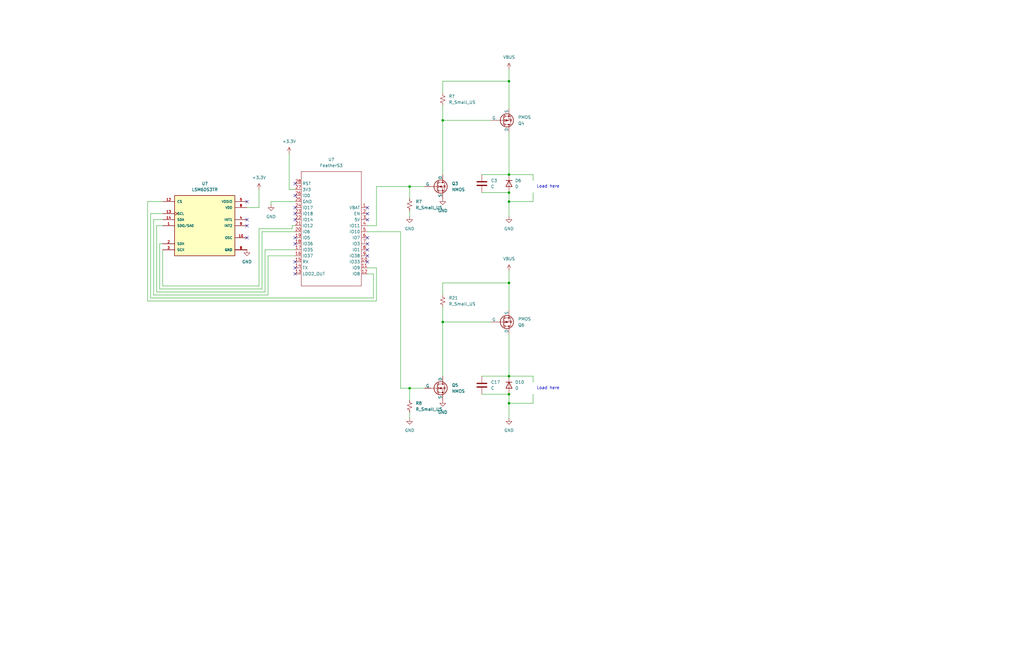
<source format=kicad_sch>
(kicad_sch (version 20250114) (generator "eeschema") (generator_version "9.0")
  (paper "B")
  (title_block (title "RCS Controller Board") (date "2025-03-25") (rev "1.0"))
  (lib_symbols
    (symbol "Additional_symbols:FeatherS3"
      (property "Reference" "U" (at 0 -30.48 0))
      (property "Value" "FeatherS3" (at -0.508 21.844 0))
      (symbol "FeatherS3_0_1"
        (rectangle (start -12.7 20.32) (end 12.7 -27.94) (stroke (width 0.1524)))
      )
      (symbol "FeatherS3_1_1"
        (pin input line (at -15.24 15.24 0) (length 2.54) (name "RST") (number "28"))
        (pin power_in line (at -15.24 12.7 0) (length 2.54) (name "3V3") (number "27"))
        (pin bidirectional line (at -15.24 10.16 0) (length 2.54) (name "IO0") (number "26"))
        (pin power_in line (at -15.24 7.62 0) (length 2.54) (name "GND") (number "25"))
        (pin bidirectional line (at -15.24 5.08 0) (length 2.54) (name "IO17") (number "24"))
        (pin bidirectional line (at -15.24 2.54 0) (length 2.54) (name "IO18") (number "23"))
        (pin bidirectional line (at -15.24 0 0) (length 2.54) (name "IO14") (number "22"))
        (pin bidirectional line (at -15.24 -2.54 0) (length 2.54) (name "IO12") (number "21"))
        (pin bidirectional line (at -15.24 -5.08 0) (length 2.54) (name "IO6") (number "20"))
        (pin bidirectional line (at -15.24 -7.62 0) (length 2.54) (name "IO5") (number "19"))
        (pin bidirectional line (at -15.24 -10.16 0) (length 2.54) (name "IO36") (number "18"))
        (pin bidirectional line (at -15.24 -12.7 0) (length 2.54) (name "IO35") (number "17"))
        (pin bidirectional line (at -15.24 -15.24 0) (length 2.54) (name "IO37") (number "16"))
        (pin bidirectional line (at -15.24 -17.78 0) (length 2.54) (name "RX") (number "15"))
        (pin bidirectional line (at -15.24 -20.32 0) (length 2.54) (name "TX") (number "14"))
        (pin power_out line (at -15.24 -22.86 0) (length 2.54) (name "LDO2_OUT") (number "13"))
        (pin power_in line (at 15.24 5.08 180) (length 2.54) (name "VBAT") (number "1"))
        (pin input line (at 15.24 2.54 180) (length 2.54) (name "EN") (number "2"))
        (pin power_in line (at 15.24 0 180) (length 2.54) (name "5V") (number "3"))
        (pin bidirectional line (at 15.24 -2.54 180) (length 2.54) (name "IO11") (number "4"))
        (pin bidirectional line (at 15.24 -5.08 180) (length 2.54) (name "IO10") (number "5"))
        (pin bidirectional line (at 15.24 -7.62 180) (length 2.54) (name "IO7") (number "6"))
        (pin bidirectional line (at 15.24 -10.16 180) (length 2.54) (name "IO3") (number "7"))
        (pin bidirectional line (at 15.24 -12.7 180) (length 2.54) (name "IO1") (number "8"))
        (pin bidirectional line (at 15.24 -15.24 180) (length 2.54) (name "IO38") (number "9"))
        (pin bidirectional line (at 15.24 -17.78 180) (length 2.54) (name "IO33") (number "10"))
        (pin bidirectional line (at 15.24 -20.32 180) (length 2.54) (name "IO9") (number "11"))
        (pin bidirectional line (at 15.24 -22.86 180) (length 2.54) (name "IO8") (number "12"))
      )
    )
    (symbol "Device:C" (pin_numbers (hide yes)) (pin_names (offset 0.254))
      (property "Reference" "C" (at 0.635 2.54 0))
      (property "Value" "C" (at 0.635 -2.54 0))
      (symbol "C_0_1"
        (polyline (pts (xy -2.032 0.762) (xy 2.032 0.762)) (stroke (width 0.508)))
        (polyline (pts (xy -2.032 -0.762) (xy 2.032 -0.762)) (stroke (width 0.508)))
      )
      (symbol "C_1_1"
        (pin passive line (at 0 3.81 270) (length 2.794) (name "~") (number "1"))
        (pin passive line (at 0 -3.81 90) (length 2.794) (name "~") (number "2"))
      )
    )
    (symbol "Device:D" (pin_numbers (hide yes)) (pin_names (offset 1.016) (hide yes))
      (property "Reference" "D" (at 0 2.54 0))
      (property "Value" "D" (at 0 -2.54 0))
      (symbol "D_0_1"
        (polyline (pts (xy -1.27 1.27) (xy -1.27 -1.27)) (stroke (width 0.254)))
        (polyline (pts (xy 1.27 1.27) (xy 1.27 -1.27) (xy -1.27 0) (xy 1.27 1.27)) (stroke (width 0.254)))
        (polyline (pts (xy 1.27 0) (xy -1.27 0)))
      )
      (symbol "D_1_1"
        (pin passive line (at -3.81 0 0) (length 2.54) (name "K") (number "1"))
        (pin passive line (at 3.81 0 180) (length 2.54) (name "A") (number "2"))
      )
    )
    (symbol "Device:R_Small_US" (pin_numbers (hide yes)) (pin_names (offset 0.254) (hide yes))
      (property "Reference" "R" (at 0.762 0.508 0))
      (property "Value" "R_Small_US" (at 0.762 -1.016 0))
      (symbol "R_Small_US_1_1"
        (polyline (pts (xy 0 1.524) (xy 1.016 1.143) (xy 0 0.762) (xy -1.016 0.381) (xy 0 0)))
        (polyline (pts (xy 0 0) (xy 1.016 -0.381) (xy 0 -0.762) (xy -1.016 -1.143) (xy 0 -1.524)))
        (pin passive line (at 0 2.54 270) (length 1.016) (name "~") (number "1"))
        (pin passive line (at 0 -2.54 90) (length 1.016) (name "~") (number "2"))
      )
    )
    (symbol "LSM6DS3TR:LSM6DS3TR" (pin_names (offset 1.016))
      (property "Reference" "U" (at -12.7204 13.2292 0))
      (property "Value" "LSM6DS3TR" (at -12.7011 -15.2414 0))
      (symbol "LSM6DS3TR_0_0"
        (rectangle (start -12.7 -12.7) (end 12.7 12.7) (stroke (width 0.254)) (fill (type background)))
        (pin input line (at -17.78 10.16 0) (length 5.08) (name "CS") (number "12"))
        (pin input clock (at -17.78 5.08 0) (length 5.08) (name "SCL") (number "13"))
        (pin bidirectional line (at -17.78 2.54 0) (length 5.08) (name "SDA") (number "14"))
        (pin bidirectional line (at -17.78 0 0) (length 5.08) (name "SDO/SA0") (number "1"))
        (pin bidirectional line (at -17.78 -7.62 0) (length 5.08) (name "SDX") (number "2"))
        (pin bidirectional line (at -17.78 -10.16 0) (length 5.08) (name "SCX") (number "3"))
        (pin power_in line (at 17.78 10.16 180) (length 5.08) (name "VDDIO") (number "5"))
        (pin power_in line (at 17.78 7.62 180) (length 5.08) (name "VDD") (number "8"))
        (pin output line (at 17.78 2.54 180) (length 5.08) (name "INT1") (number "4"))
        (pin output line (at 17.78 0 180) (length 5.08) (name "INT2") (number "9"))
        (pin bidirectional line (at 17.78 -5.08 180) (length 5.08) (name "OSC") (number "10"))
        (pin power_in line (at 17.78 -10.16 180) (length 5.08) (name "GND") (number "6"))
        (pin power_in line (at 17.78 -10.16 180) (length 5.08) (name "GND") (number "7"))
      )
    )
    (symbol "Simulation_SPICE:NMOS" (pin_numbers (hide yes)) (pin_names (offset 0))
      (property "Reference" "Q" (at 5.08 1.27 0))
      (property "Value" "NMOS" (at 5.08 -1.27 0))
      (symbol "NMOS_0_1"
        (polyline (pts (xy 0.254 1.905) (xy 0.254 -1.905)) (stroke (width 0.254)))
        (polyline (pts (xy 0.254 0) (xy -2.54 0)))
        (polyline (pts (xy 0.762 2.286) (xy 0.762 1.27)) (stroke (width 0.254)))
        (polyline (pts (xy 0.762 0.508) (xy 0.762 -0.508)) (stroke (width 0.254)))
        (polyline (pts (xy 0.762 -1.27) (xy 0.762 -2.286)) (stroke (width 0.254)))
        (polyline (pts (xy 0.762 -1.778) (xy 3.302 -1.778) (xy 3.302 1.778) (xy 0.762 1.778)))
        (polyline (pts (xy 1.016 0) (xy 2.032 0.381) (xy 2.032 -0.381) (xy 1.016 0)) (fill (type outline)))
        (circle (center 1.651 0) (radius 2.794) (stroke (width 0.254)))
        (polyline (pts (xy 2.54 2.54) (xy 2.54 1.778)))
        (circle (center 2.54 1.778) (radius 0.254) (fill (type outline)))
        (circle (center 2.54 -1.778) (radius 0.254) (fill (type outline)))
        (polyline (pts (xy 2.54 -2.54) (xy 2.54 0) (xy 0.762 0)))
        (polyline (pts (xy 2.794 0.508) (xy 2.921 0.381) (xy 3.683 0.381) (xy 3.81 0.254)))
        (polyline (pts (xy 3.302 0.381) (xy 2.921 -0.254) (xy 3.683 -0.254) (xy 3.302 0.381)))
      )
      (symbol "NMOS_1_1"
        (pin input line (at -5.08 0 0) (length 2.54) (name "G") (number "2"))
        (pin passive line (at 2.54 5.08 270) (length 2.54) (name "D") (number "1"))
        (pin passive line (at 2.54 -5.08 90) (length 2.54) (name "S") (number "3"))
      )
    )
    (symbol "Simulation_SPICE:PMOS" (pin_numbers (hide yes)) (pin_names (offset 0))
      (property "Reference" "Q" (at 5.08 1.27 0))
      (property "Value" "PMOS" (at 5.08 -1.27 0))
      (symbol "PMOS_0_1"
        (polyline (pts (xy 0.254 1.905) (xy 0.254 -1.905)) (stroke (width 0.254)))
        (polyline (pts (xy 0.254 0) (xy -2.54 0)))
        (polyline (pts (xy 0.762 2.286) (xy 0.762 1.27)) (stroke (width 0.254)))
        (polyline (pts (xy 0.762 1.778) (xy 3.302 1.778) (xy 3.302 -1.778) (xy 0.762 -1.778)))
        (polyline (pts (xy 0.762 0.508) (xy 0.762 -0.508)) (stroke (width 0.254)))
        (polyline (pts (xy 0.762 -1.27) (xy 0.762 -2.286)) (stroke (width 0.254)))
        (circle (center 1.651 0) (radius 2.794) (stroke (width 0.254)))
        (polyline (pts (xy 2.286 0) (xy 1.27 0.381) (xy 1.27 -0.381) (xy 2.286 0)) (fill (type outline)))
        (polyline (pts (xy 2.54 2.54) (xy 2.54 1.778)))
        (circle (center 2.54 1.778) (radius 0.254) (fill (type outline)))
        (circle (center 2.54 -1.778) (radius 0.254) (fill (type outline)))
        (polyline (pts (xy 2.54 -2.54) (xy 2.54 0) (xy 0.762 0)))
        (polyline (pts (xy 2.794 -0.508) (xy 2.921 -0.381) (xy 3.683 -0.381) (xy 3.81 -0.254)))
        (polyline (pts (xy 3.302 -0.381) (xy 2.921 0.254) (xy 3.683 0.254) (xy 3.302 -0.381)))
      )
      (symbol "PMOS_1_1"
        (pin input line (at -5.08 0 0) (length 2.54) (name "G") (number "2"))
        (pin passive line (at 2.54 5.08 270) (length 2.54) (name "D") (number "1"))
        (pin passive line (at 2.54 -5.08 90) (length 2.54) (name "S") (number "3"))
      )
    )
    (symbol "power:+3.3V" (power) (pin_numbers (hide yes)) (pin_names (offset 0) (hide yes))
      (property "Value" "+3.3V" (at 0 3.556 0))
      (symbol "+3.3V_0_1"
        (polyline (pts (xy -0.762 1.27) (xy 0 2.54)))
        (polyline (pts (xy 0 2.54) (xy 0.762 1.27)))
        (polyline (pts (xy 0 0) (xy 0 2.54)))
      )
      (symbol "+3.3V_1_1"
        (pin power_in line (at 0 0 90) (length 0) (name "~") (number "1"))
      )
    )
    (symbol "power:GND" (power) (pin_numbers (hide yes)) (pin_names (offset 0) (hide yes))
      (property "Value" "GND" (at 0 -3.81 0))
      (symbol "GND_0_1"
        (polyline (pts (xy 0 0) (xy 0 -1.27) (xy 1.27 -1.27) (xy 0 -2.54) (xy -1.27 -1.27) (xy 0 -1.27)))
      )
      (symbol "GND_1_1"
        (pin power_in line (at 0 0 270) (length 0) (name "~") (number "1"))
      )
    )
    (symbol "psas-power:VBUS" (power) (pin_names (offset 0))
      (property "Value" "VBUS" (at 0 3.556 0))
      (symbol "VBUS_0_1"
        (polyline (pts (xy -0.762 1.27) (xy 0 2.54)))
        (polyline (pts (xy 0 2.54) (xy 0.762 1.27)))
        (polyline (pts (xy 0 0) (xy 0 2.54)))
      )
      (symbol "VBUS_1_1"
        (pin power_in line (at 0 0 90) (length 0) (hide yes) (name "VBUS") (number "1"))
      )
    )
  )
  (text "Load here" (at 231.14 163.83 0) (effects (font (size 1.27 1.27))))
  (text "Load here" (at 231.14 78.74 0) (effects (font (size 1.27 1.27))))
  (junction (at 214.63 170.18))
  (junction (at 186.69 50.8))
  (junction (at 214.63 158.75))
  (junction (at 172.72 78.74))
  (junction (at 214.63 34.29))
  (junction (at 186.69 135.89))
  (junction (at 214.63 73.66))
  (junction (at 214.63 85.09))
  (junction (at 214.63 119.38))
  (junction (at 214.63 81.28))
  (junction (at 172.72 163.83))
  (junction (at 214.63 166.37))
  (no_connect (at 154.94 100.33))
  (no_connect (at 124.46 110.49))
  (no_connect (at 154.94 102.87))
  (no_connect (at 124.46 115.57))
  (no_connect (at 104.14 100.33))
  (no_connect (at 104.14 95.25))
  (no_connect (at 124.46 92.71))
  (no_connect (at 124.46 100.33))
  (no_connect (at 154.94 110.49))
  (no_connect (at 104.14 85.09))
  (no_connect (at 154.94 87.63))
  (no_connect (at 154.94 90.17))
  (no_connect (at 124.46 87.63))
  (no_connect (at 124.46 90.17))
  (no_connect (at 124.46 77.47))
  (no_connect (at 154.94 105.41))
  (no_connect (at 104.14 92.71))
  (no_connect (at 124.46 102.87))
  (no_connect (at 124.46 113.03))
  (no_connect (at 154.94 107.95))
  (no_connect (at 154.94 92.71))
  (no_connect (at 124.46 82.55))
  (wire (pts (xy 121.92 80.01) (xy 121.92 64.77)))
  (wire (pts (xy 68.58 120.65) (xy 68.58 105.41)))
  (wire (pts (xy 172.72 88.9) (xy 172.72 91.44)))
  (wire (pts (xy 224.79 166.37) (xy 224.79 170.18)))
  (wire (pts (xy 124.46 80.01) (xy 121.92 80.01)))
  (wire (pts (xy 203.2 158.75) (xy 214.63 158.75)))
  (wire (pts (xy 172.72 173.99) (xy 172.72 176.53)))
  (wire (pts (xy 186.69 34.29) (xy 214.63 34.29)))
  (wire (pts (xy 158.75 78.74) (xy 158.75 95.25)))
  (wire (pts (xy 68.58 85.09) (xy 62.23 85.09)))
  (wire (pts (xy 186.69 50.8) (xy 207.01 50.8)))
  (wire (pts (xy 172.72 78.74) (xy 179.07 78.74)))
  (wire (pts (xy 172.72 163.83) (xy 172.72 168.91)))
  (wire (pts (xy 154.94 97.79) (xy 168.91 97.79)))
  (wire (pts (xy 186.69 119.38) (xy 186.69 124.46)))
  (wire (pts (xy 104.14 87.63) (xy 109.22 87.63)))
  (wire (pts (xy 186.69 34.29) (xy 186.69 39.37)))
  (wire (pts (xy 63.5 90.17) (xy 68.58 90.17)))
  (wire (pts (xy 123.19 95.25) (xy 124.46 95.25)))
  (wire (pts (xy 123.19 96.52) (xy 123.19 95.25)))
  (wire (pts (xy 64.77 124.46) (xy 113.03 124.46)))
  (wire (pts (xy 224.79 158.75) (xy 224.79 161.29)))
  (wire (pts (xy 111.76 123.19) (xy 111.76 105.41)))
  (wire (pts (xy 113.03 124.46) (xy 113.03 107.95)))
  (wire (pts (xy 63.5 125.73) (xy 157.48 125.73)))
  (wire (pts (xy 110.49 97.79) (xy 124.46 97.79)))
  (wire (pts (xy 214.63 55.88) (xy 214.63 73.66)))
  (wire (pts (xy 214.63 85.09) (xy 214.63 91.44)))
  (wire (pts (xy 109.22 96.52) (xy 123.19 96.52)))
  (wire (pts (xy 214.63 29.21) (xy 214.63 34.29)))
  (wire (pts (xy 124.46 85.09) (xy 114.3 85.09)))
  (wire (pts (xy 186.69 119.38) (xy 214.63 119.38)))
  (wire (pts (xy 154.94 113.03) (xy 158.75 113.03)))
  (wire (pts (xy 203.2 73.66) (xy 214.63 73.66)))
  (wire (pts (xy 114.3 85.09) (xy 114.3 86.36)))
  (wire (pts (xy 214.63 34.29) (xy 214.63 45.72)))
  (wire (pts (xy 158.75 78.74) (xy 172.72 78.74)))
  (wire (pts (xy 224.79 73.66) (xy 224.79 76.2)))
  (wire (pts (xy 214.63 158.75) (xy 224.79 158.75)))
  (wire (pts (xy 67.31 102.87) (xy 68.58 102.87)))
  (wire (pts (xy 110.49 121.92) (xy 110.49 97.79)))
  (wire (pts (xy 203.2 166.37) (xy 214.63 166.37)))
  (wire (pts (xy 186.69 50.8) (xy 186.69 73.66)))
  (wire (pts (xy 186.69 135.89) (xy 186.69 158.75)))
  (wire (pts (xy 186.69 135.89) (xy 207.01 135.89)))
  (wire (pts (xy 62.23 127) (xy 158.75 127)))
  (wire (pts (xy 224.79 81.28) (xy 224.79 85.09)))
  (wire (pts (xy 109.22 120.65) (xy 109.22 96.52)))
  (wire (pts (xy 158.75 127) (xy 158.75 113.03)))
  (wire (pts (xy 68.58 120.65) (xy 109.22 120.65)))
  (wire (pts (xy 158.75 95.25) (xy 154.94 95.25)))
  (wire (pts (xy 67.31 121.92) (xy 67.31 102.87)))
  (wire (pts (xy 172.72 163.83) (xy 179.07 163.83)))
  (wire (pts (xy 157.48 115.57) (xy 154.94 115.57)))
  (wire (pts (xy 109.22 87.63) (xy 109.22 80.01)))
  (wire (pts (xy 214.63 170.18) (xy 214.63 176.53)))
  (wire (pts (xy 66.04 123.19) (xy 66.04 95.25)))
  (wire (pts (xy 64.77 92.71) (xy 68.58 92.71)))
  (wire (pts (xy 66.04 95.25) (xy 68.58 95.25)))
  (wire (pts (xy 111.76 105.41) (xy 124.46 105.41)))
  (wire (pts (xy 214.63 166.37) (xy 214.63 170.18)))
  (wire (pts (xy 186.69 44.45) (xy 186.69 50.8)))
  (wire (pts (xy 63.5 125.73) (xy 63.5 90.17)))
  (wire (pts (xy 186.69 129.54) (xy 186.69 135.89)))
  (wire (pts (xy 64.77 124.46) (xy 64.77 92.71)))
  (wire (pts (xy 168.91 163.83) (xy 172.72 163.83)))
  (wire (pts (xy 168.91 97.79) (xy 168.91 163.83)))
  (wire (pts (xy 203.2 81.28) (xy 214.63 81.28)))
  (wire (pts (xy 67.31 121.92) (xy 110.49 121.92)))
  (wire (pts (xy 157.48 125.73) (xy 157.48 115.57)))
  (wire (pts (xy 172.72 78.74) (xy 172.72 83.82)))
  (wire (pts (xy 66.04 123.19) (xy 111.76 123.19)))
  (wire (pts (xy 214.63 140.97) (xy 214.63 158.75)))
  (wire (pts (xy 214.63 85.09) (xy 224.79 85.09)))
  (wire (pts (xy 214.63 114.3) (xy 214.63 119.38)))
  (wire (pts (xy 62.23 85.09) (xy 62.23 127)))
  (wire (pts (xy 214.63 81.28) (xy 214.63 85.09)))
  (wire (pts (xy 214.63 170.18) (xy 224.79 170.18)))
  (wire (pts (xy 113.03 107.95) (xy 124.46 107.95)))
  (wire (pts (xy 214.63 73.66) (xy 224.79 73.66)))
  (wire (pts (xy 214.63 119.38) (xy 214.63 130.81)))
  (symbol (lib_id "Device:R_Small_US") (at 186.69 127 0) (unit 1)
    (property "Reference" "R21" (at 189.23 125.7299 0) (effects (justify left)))
    (property "Value" "R_Small_US" (at 189.23 128.2699 0) (effects (justify left)))
    (property "Description" "Resistor, small US symbol" (effects (hide yes)))
  )
  (symbol (lib_id "Device:D") (at 214.63 162.56 270) (unit 1)
    (property "Reference" "D10" (at 217.17 161.2899 90) (effects (justify left)))
    (property "Value" "D" (at 217.17 163.8299 90) (effects (justify left)))
    (property "Description" "Diode" (effects (hide yes)))
    (property "Sim.Device" "D" (effects (hide yes)))
    (property "Sim.Pins" "1=K 2=A" (effects (hide yes)))
  )
  (symbol (lib_id "psas-power:VBUS") (at 214.63 114.3 0) (unit 1)
    (property "Reference" "#VBUS0104" (effects (hide yes)))
    (property "Value" "VBUS" (at 214.63 109.22 0))
    (property "Description" "Power symbol creates a global label with name \"VBUS\"" (effects (hide yes)))
  )
  (symbol (lib_id "Device:R_Small_US") (at 172.72 171.45 0) (unit 1)
    (property "Reference" "R8" (at 175.26 170.1799 0) (effects (justify left)))
    (property "Value" "R_Small_US" (at 175.26 172.7199 0) (effects (justify left)))
    (property "Description" "Resistor, small US symbol" (effects (hide yes)))
  )
  (symbol (lib_id "Device:C") (at 203.2 162.56 0) (unit 1)
    (property "Reference" "C17" (at 207.01 161.2899 0) (effects (justify left)))
    (property "Value" "C" (at 207.01 163.8299 0) (effects (justify left)))
    (property "Description" "Unpolarized capacitor" (effects (hide yes)))
  )
  (symbol (lib_id "Simulation_SPICE:PMOS") (at 212.09 50.8 0) (mirror x) (unit 1)
    (property "Reference" "Q4" (at 218.44 52.0701 0) (effects (justify left)))
    (property "Value" "PMOS" (at 218.44 49.5301 0) (effects (justify left)))
    (property "Datasheet" "https://ngspice.sourceforge.io/docs/ngspice-html-manual/manual.xhtml#cha_MOSFETs" (effects (hide yes)))
    (property "Description" "P-MOSFET transistor, drain/source/gate" (effects (hide yes)))
    (property "Sim.Device" "PMOS" (effects (hide yes)))
    (property "Sim.Type" "VDMOS" (effects (hide yes)))
    (property "Sim.Pins" "1=D 2=G 3=S" (effects (hide yes)))
  )
  (symbol (lib_id "power:GND") (at 214.63 176.53 0) (unit 1)
    (property "Reference" "#PWR042" (effects (hide yes)))
    (property "Value" "GND" (at 214.63 181.61 0))
    (property "Description" "Power symbol creates a global label with name \"GND\" , ground" (effects (hide yes)))
  )
  (symbol (lib_id "power:+3.3V") (at 109.22 80.01 0) (unit 1)
    (property "Reference" "#PWR043" (effects (hide yes)))
    (property "Value" "+3.3V" (at 109.22 74.93 0))
    (property "Description" "Power symbol creates a global label with name \"+3.3V\"" (effects (hide yes)))
  )
  (symbol (lib_id "power:GND") (at 172.72 176.53 0) (unit 1)
    (property "Reference" "#PWR040" (effects (hide yes)))
    (property "Value" "GND" (at 172.72 181.61 0))
    (property "Description" "Power symbol creates a global label with name \"GND\" , ground" (effects (hide yes)))
  )
  (symbol (lib_id "Device:C") (at 203.2 77.47 0) (unit 1)
    (property "Reference" "C3" (at 207.01 76.1999 0) (effects (justify left)))
    (property "Value" "C" (at 207.01 78.7399 0) (effects (justify left)))
    (property "Description" "Unpolarized capacitor" (effects (hide yes)))
  )
  (symbol (lib_id "power:GND") (at 214.63 91.44 0) (unit 1)
    (property "Reference" "#PWR016" (effects (hide yes)))
    (property "Value" "GND" (at 214.63 96.52 0))
    (property "Description" "Power symbol creates a global label with name \"GND\" , ground" (effects (hide yes)))
  )
  (symbol (lib_id "Simulation_SPICE:NMOS") (at 184.15 163.83 0) (unit 1)
    (property "Reference" "Q5" (at 190.5 162.5599 0) (effects (justify left)))
    (property "Value" "NMOS" (at 190.5 165.0999 0) (effects (justify left)))
    (property "Datasheet" "https://ngspice.sourceforge.io/docs/ngspice-html-manual/manual.xhtml#cha_MOSFETs" (effects (hide yes)))
    (property "Description" "N-MOSFET transistor, drain/source/gate" (effects (hide yes)))
    (property "Sim.Device" "NMOS" (effects (hide yes)))
    (property "Sim.Type" "VDMOS" (effects (hide yes)))
    (property "Sim.Pins" "1=D 2=G 3=S" (effects (hide yes)))
  )
  (symbol (lib_id "power:GND") (at 104.14 105.41 0) (unit 1)
    (property "Reference" "#PWR011" (effects (hide yes)))
    (property "Value" "GND" (at 104.14 110.49 0))
    (property "Description" "Power symbol creates a global label with name \"GND\" , ground" (effects (hide yes)))
  )
  (symbol (lib_id "power:GND") (at 186.69 168.91 0) (unit 1)
    (property "Reference" "#PWR041" (effects (hide yes)))
    (property "Value" "GND" (at 186.69 173.99 0))
    (property "Description" "Power symbol creates a global label with name \"GND\" , ground" (effects (hide yes)))
  )
  (symbol (lib_id "Device:R_Small_US") (at 186.69 41.91 0) (unit 1)
    (property "Reference" "R?" (at 189.23 40.6399 0) (effects (justify left)))
    (property "Value" "R_Small_US" (at 189.23 43.1799 0) (effects (justify left)))
    (property "Description" "Resistor, small US symbol" (effects (hide yes)))
  )
  (symbol (lib_id "Simulation_SPICE:PMOS") (at 212.09 135.89 0) (mirror x) (unit 1)
    (property "Reference" "Q6" (at 218.44 137.1601 0) (effects (justify left)))
    (property "Value" "PMOS" (at 218.44 134.6201 0) (effects (justify left)))
    (property "Datasheet" "https://ngspice.sourceforge.io/docs/ngspice-html-manual/manual.xhtml#cha_MOSFETs" (effects (hide yes)))
    (property "Description" "P-MOSFET transistor, drain/source/gate" (effects (hide yes)))
    (property "Sim.Device" "PMOS" (effects (hide yes)))
    (property "Sim.Type" "VDMOS" (effects (hide yes)))
    (property "Sim.Pins" "1=D 2=G 3=S" (effects (hide yes)))
  )
  (symbol (lib_id "power:GND") (at 114.3 86.36 0) (unit 1)
    (property "Reference" "#PWR07" (effects (hide yes)))
    (property "Value" "GND" (at 114.3 91.44 0))
    (property "Description" "Power symbol creates a global label with name \"GND\" , ground" (effects (hide yes)))
  )
  (symbol (lib_id "Additional_symbols:FeatherS3") (at 139.7 92.71 0) (unit 1)
    (property "Reference" "U?" (at 139.7 67.31 0))
    (property "Value" "FeatherS3" (at 139.7 69.85 0))
  )
  (symbol (lib_id "Simulation_SPICE:NMOS") (at 184.15 78.74 0) (unit 1)
    (property "Reference" "Q3" (at 190.5 77.4699 0) (effects (justify left)))
    (property "Value" "NMOS" (at 190.5 80.0099 0) (effects (justify left)))
    (property "Datasheet" "https://ngspice.sourceforge.io/docs/ngspice-html-manual/manual.xhtml#cha_MOSFETs" (effects (hide yes)))
    (property "Description" "N-MOSFET transistor, drain/source/gate" (effects (hide yes)))
    (property "Sim.Device" "NMOS" (effects (hide yes)))
    (property "Sim.Type" "VDMOS" (effects (hide yes)))
    (property "Sim.Pins" "1=D 2=G 3=S" (effects (hide yes)))
  )
  (symbol (lib_id "Device:R_Small_US") (at 172.72 86.36 0) (unit 1)
    (property "Reference" "R7" (at 175.26 85.0899 0) (effects (justify left)))
    (property "Value" "R_Small_US" (at 175.26 87.6299 0) (effects (justify left)))
    (property "Description" "Resistor, small US symbol" (effects (hide yes)))
  )
  (symbol (lib_id "power:GND") (at 186.69 83.82 0) (unit 1)
    (property "Reference" "#PWR020" (effects (hide yes)))
    (property "Value" "GND" (at 186.69 88.9 0))
    (property "Description" "Power symbol creates a global label with name \"GND\" , ground" (effects (hide yes)))
  )
  (symbol (lib_id "power:GND") (at 172.72 91.44 0) (unit 1)
    (property "Reference" "#PWR019" (effects (hide yes)))
    (property "Value" "GND" (at 172.72 96.52 0))
    (property "Description" "Power symbol creates a global label with name \"GND\" , ground" (effects (hide yes)))
  )
  (symbol (lib_id "LSM6DS3TR:LSM6DS3TR") (at 86.36 95.25 0) (unit 1)
    (property "Reference" "U?" (at 86.36 77.47 0))
    (property "Value" "LSM6DS3TR" (at 86.36 80.01 0))
    (property "PARTREV" "2" (effects (hide yes)))
  )
  (symbol (lib_id "power:+3.3V") (at 121.92 64.77 0) (unit 1)
    (property "Reference" "#PWR039" (effects (hide yes)))
    (property "Value" "+3.3V" (at 121.92 59.69 0))
    (property "Description" "Power symbol creates a global label with name \"+3.3V\"" (effects (hide yes)))
  )
  (symbol (lib_id "Device:D") (at 214.63 77.47 270) (unit 1)
    (property "Reference" "D6" (at 217.17 76.1999 90) (effects (justify left)))
    (property "Value" "D" (at 217.17 78.7399 90) (effects (justify left)))
    (property "Description" "Diode" (effects (hide yes)))
    (property "Sim.Device" "D" (effects (hide yes)))
    (property "Sim.Pins" "1=K 2=A" (effects (hide yes)))
  )
  (symbol (lib_id "psas-power:VBUS") (at 214.63 29.21 0) (unit 1)
    (property "Reference" "#VBUS0102" (effects (hide yes)))
    (property "Value" "VBUS" (at 214.63 24.13 0))
    (property "Description" "Power symbol creates a global label with name \"VBUS\"" (effects (hide yes)))
  )
)
</source>
